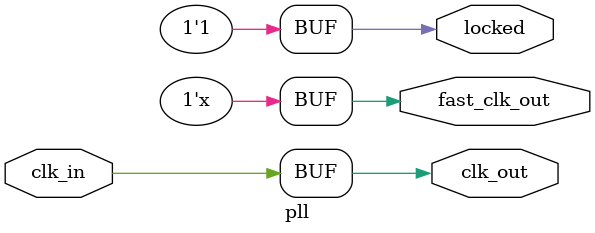
<source format=v>
`default_nettype none

module pll(
    input clk_in,
    output clk_out,
    output reg fast_clk_out = 1,
    output locked
);

assign clk_out = clk_in;
assign locked = 1;

always
begin
    // 4x faster than the main clock
    #5.2 fast_clk_out <= ~fast_clk_out;
end

endmodule

</source>
